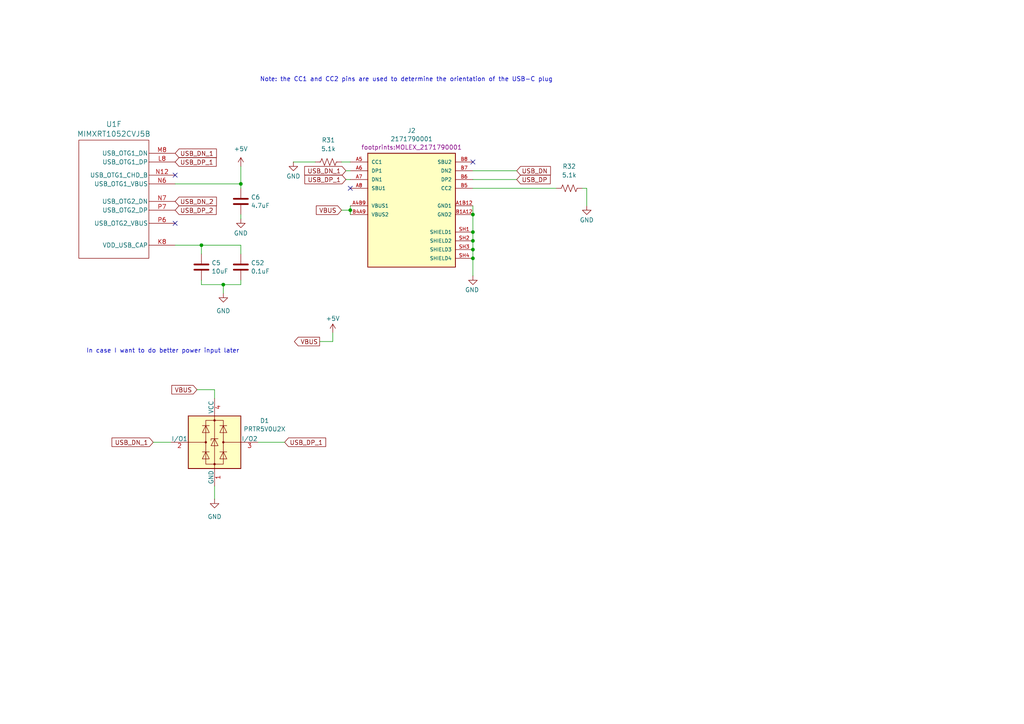
<source format=kicad_sch>
(kicad_sch (version 20250114) (generator "eeschema") (generator_version "9.0")
  (paper "A4")
  (lib_symbols
    (symbol "2171790001:2171790001" (pin_names (offset 1.016))
      (property "Reference" "J" (at -12.7 16.002 0))
      (property "Value" "2171790001" (at -12.7 -18.542 0))
      (symbol "2171790001_0_0"
        (rectangle (start -12.7 -17.78) (end 12.7 15.24) (stroke (width 0.254)) (fill (type background)))
        (pin bidirectional line (at -17.78 12.7 0) (length 5.08) (name "CC1") (number "A5"))
        (pin bidirectional line (at -17.78 10.16 0) (length 5.08) (name "DP1") (number "A6"))
        (pin bidirectional line (at -17.78 7.62 0) (length 5.08) (name "DN1") (number "A7"))
        (pin bidirectional line (at -17.78 5.08 0) (length 5.08) (name "SBU1") (number "A8"))
        (pin power_in line (at -17.78 0 0) (length 5.08) (name "VBUS1") (number "A4B9"))
        (pin power_in line (at -17.78 -2.54 0) (length 5.08) (name "VBUS2") (number "B4A9"))
        (pin bidirectional line (at 17.78 12.7 180) (length 5.08) (name "SBU2") (number "B8"))
        (pin bidirectional line (at 17.78 10.16 180) (length 5.08) (name "DN2") (number "B7"))
        (pin bidirectional line (at 17.78 7.62 180) (length 5.08) (name "DP2") (number "B6"))
        (pin bidirectional line (at 17.78 5.08 180) (length 5.08) (name "CC2") (number "B5"))
        (pin power_in line (at 17.78 0 180) (length 5.08) (name "GND1") (number "A1B12"))
        (pin power_in line (at 17.78 -2.54 180) (length 5.08) (name "GND2") (number "B1A12"))
        (pin passive line (at 17.78 -7.62 180) (length 5.08) (name "SHIELD1") (number "SH1"))
        (pin passive line (at 17.78 -10.16 180) (length 5.08) (name "SHIELD2") (number "SH2"))
        (pin passive line (at 17.78 -12.7 180) (length 5.08) (name "SHIELD3") (number "SH3"))
        (pin passive line (at 17.78 -15.24 180) (length 5.08) (name "SHIELD4") (number "SH4"))
      )
    )
    (symbol "Device:C" (pin_numbers (hide yes)) (pin_names (offset 0.254))
      (property "Reference" "C" (at 0.635 2.54 0))
      (property "Value" "C" (at 0.635 -2.54 0))
      (symbol "C_0_1"
        (polyline (pts (xy -2.032 0.762) (xy 2.032 0.762)) (stroke (width 0.508)))
        (polyline (pts (xy -2.032 -0.762) (xy 2.032 -0.762)) (stroke (width 0.508)))
      )
      (symbol "C_1_1"
        (pin passive line (at 0 3.81 270) (length 2.794) (name "~") (number "1"))
        (pin passive line (at 0 -3.81 90) (length 2.794) (name "~") (number "2"))
      )
    )
    (symbol "Device:R_US" (pin_numbers (hide yes)) (pin_names (offset 0))
      (property "Reference" "R" (at 2.54 0 90))
      (property "Value" "R_US" (at -2.54 0 90))
      (symbol "R_US_0_1"
        (polyline (pts (xy 0 2.286) (xy 0 2.54)))
        (polyline (pts (xy 0 2.286) (xy 1.016 1.905) (xy 0 1.524) (xy -1.016 1.143) (xy 0 0.762)))
        (polyline (pts (xy 0 0.762) (xy 1.016 0.381) (xy 0 0) (xy -1.016 -0.381) (xy 0 -0.762)))
        (polyline (pts (xy 0 -0.762) (xy 1.016 -1.143) (xy 0 -1.524) (xy -1.016 -1.905) (xy 0 -2.286)))
        (polyline (pts (xy 0 -2.286) (xy 0 -2.54)))
      )
      (symbol "R_US_1_1"
        (pin passive line (at 0 3.81 270) (length 1.27) (name "~") (number "1"))
        (pin passive line (at 0 -3.81 90) (length 1.27) (name "~") (number "2"))
      )
    )
    (symbol "MIMXRT1052CVJ5B:MIMXRT1052CVJ5B" (pin_names (offset 0.254))
      (property "Reference" "U" (at 38.1 10.16 0))
      (property "Value" "MIMXRT1052CVJ5B" (at 38.1 7.62 0))
      (symbol "MIMXRT1052CVJ5B_1_1"
        (rectangle (start 0 0) (end 21.59 -91.44))
        (pin bidirectional line (at 29.21 -5.08 180) (length 7.62) (name "GPIO_B0_00") (number "D7"))
        (pin bidirectional line (at 29.21 -7.62 180) (length 7.62) (name "GPIO_B0_01") (number "E7"))
        (pin bidirectional line (at 29.21 -10.16 180) (length 7.62) (name "GPIO_B0_02") (number "E8"))
        (pin bidirectional line (at 29.21 -12.7 180) (length 7.62) (name "GPIO_B0_03") (number "D8"))
        (pin bidirectional line (at 29.21 -15.24 180) (length 7.62) (name "GPIO_B0_04") (number "C8"))
        (pin bidirectional line (at 29.21 -17.78 180) (length 7.62) (name "GPIO_B0_05") (number "B8"))
        (pin bidirectional line (at 29.21 -20.32 180) (length 7.62) (name "GPIO_B0_06") (number "A8"))
        (pin bidirectional line (at 29.21 -22.86 180) (length 7.62) (name "GPIO_B0_07") (number "A9"))
        (pin bidirectional line (at 29.21 -25.4 180) (length 7.62) (name "GPIO_B0_08") (number "B9"))
        (pin bidirectional line (at 29.21 -27.94 180) (length 7.62) (name "GPIO_B0_09") (number "C9"))
        (pin bidirectional line (at 29.21 -30.48 180) (length 7.62) (name "GPIO_B0_10") (number "D9"))
        (pin bidirectional line (at 29.21 -33.02 180) (length 7.62) (name "GPIO_B0_11") (number "A10"))
        (pin bidirectional line (at 29.21 -35.56 180) (length 7.62) (name "GPIO_B0_12") (number "C10"))
        (pin bidirectional line (at 29.21 -38.1 180) (length 7.62) (name "GPIO_B0_13") (number "D10"))
        (pin bidirectional line (at 29.21 -40.64 180) (length 7.62) (name "GPIO_B0_14") (number "E10"))
        (pin bidirectional line (at 29.21 -43.18 180) (length 7.62) (name "GPIO_B0_15") (number "E11"))
        (pin bidirectional line (at 29.21 -49.53 180) (length 7.62) (name "GPIO_B1_00") (number "A11"))
        (pin bidirectional line (at 29.21 -52.07 180) (length 7.62) (name "GPIO_B1_01") (number "B11"))
        (pin bidirectional line (at 29.21 -54.61 180) (length 7.62) (name "GPIO_B1_02") (number "C11"))
        (pin bidirectional line (at 29.21 -57.15 180) (length 7.62) (name "GPIO_B1_03") (number "D11"))
        (pin bidirectional line (at 29.21 -59.69 180) (length 7.62) (name "GPIO_B1_04") (number "E12"))
        (pin bidirectional line (at 29.21 -62.23 180) (length 7.62) (name "GPIO_B1_05") (number "D12"))
        (pin bidirectional line (at 29.21 -64.77 180) (length 7.62) (name "GPIO_B1_06") (number "C12"))
        (pin bidirectional line (at 29.21 -67.31 180) (length 7.62) (name "GPIO_B1_07") (number "B12"))
        (pin bidirectional line (at 29.21 -69.85 180) (length 7.62) (name "GPIO_B1_08") (number "A12"))
        (pin bidirectional line (at 29.21 -72.39 180) (length 7.62) (name "GPIO_B1_09") (number "A13"))
        (pin bidirectional line (at 29.21 -74.93 180) (length 7.62) (name "GPIO_B1_10") (number "B13"))
        (pin bidirectional line (at 29.21 -77.47 180) (length 7.62) (name "GPIO_B1_11") (number "C13"))
        (pin bidirectional line (at 29.21 -80.01 180) (length 7.62) (name "GPIO_B1_12") (number "D13"))
        (pin bidirectional line (at 29.21 -82.55 180) (length 7.62) (name "GPIO_B1_13") (number "D14"))
        (pin bidirectional line (at 29.21 -85.09 180) (length 7.62) (name "GPIO_B1_14") (number "C14"))
        (pin bidirectional line (at 29.21 -87.63 180) (length 7.62) (name "GPIO_B1_15") (number "B14"))
      )
      (symbol "MIMXRT1052CVJ5B_2_1"
        (rectangle (start 0 -62.23) (end 36.83 0))
        (pin power_in line (at -7.62 -6.35 0) (length 7.62) (name "NVCC_SD0") (number "J6"))
        (pin power_in line (at -7.62 -27.94 0) (length 7.62) (name "NVCC_SD1") (number "K5"))
        (pin bidirectional line (at 44.45 -6.35 180) (length 7.62) (name "GPIO_SD_B0_00") (number "J4"))
        (pin bidirectional line (at 44.45 -8.89 180) (length 7.62) (name "GPIO_SD_B0_01") (number "J3"))
        (pin bidirectional line (at 44.45 -11.43 180) (length 7.62) (name "GPIO_SD_B0_02") (number "J1"))
        (pin bidirectional line (at 44.45 -13.97 180) (length 7.62) (name "GPIO_SD_B0_03") (number "K1"))
        (pin bidirectional line (at 44.45 -16.51 180) (length 7.62) (name "GPIO_SD_B0_04") (number "H2"))
        (pin bidirectional line (at 44.45 -19.05 180) (length 7.62) (name "GPIO_SD_B0_05") (number "J2"))
        (pin bidirectional line (at 44.45 -27.94 180) (length 7.62) (name "GPIO_SD_B1_00") (number "L5"))
        (pin bidirectional line (at 44.45 -30.48 180) (length 7.62) (name "GPIO_SD_B1_01") (number "M5"))
        (pin bidirectional line (at 44.45 -33.02 180) (length 7.62) (name "GPIO_SD_B1_02") (number "M3"))
        (pin bidirectional line (at 44.45 -35.56 180) (length 7.62) (name "GPIO_SD_B1_03") (number "M4"))
        (pin bidirectional line (at 44.45 -38.1 180) (length 7.62) (name "GPIO_SD_B1_04") (number "P2"))
        (pin bidirectional line (at 44.45 -40.64 180) (length 7.62) (name "GPIO_SD_B1_05") (number "N3"))
        (pin bidirectional line (at 44.45 -43.18 180) (length 7.62) (name "GPIO_SD_B1_06") (number "L3"))
        (pin bidirectional line (at 44.45 -45.72 180) (length 7.62) (name "GPIO_SD_B1_07") (number "L4"))
        (pin bidirectional line (at 44.45 -48.26 180) (length 7.62) (name "GPIO_SD_B1_08") (number "P3"))
        (pin bidirectional line (at 44.45 -50.8 180) (length 7.62) (name "GPIO_SD_B1_09") (number "N4"))
        (pin bidirectional line (at 44.45 -53.34 180) (length 7.62) (name "GPIO_SD_B1_10") (number "P4"))
        (pin bidirectional line (at 44.45 -55.88 180) (length 7.62) (name "GPIO_SD_B1_11") (number "P5"))
      )
      (symbol "MIMXRT1052CVJ5B_3_1"
        (rectangle (start 0 -50.8) (end 25.4 0))
        (pin power_in line (at -7.62 -2.54 0) (length 7.62) (name "NGND_KEL0") (number "K9"))
        (pin power_in line (at 33.02 -2.54 180) (length 7.62) (name "VSS") (number "B5"))
        (pin power_in line (at 33.02 -5.08 180) (length 7.62) (name "VSS") (number "L9"))
        (pin power_in line (at 33.02 -7.62 180) (length 7.62) (name "VSS") (number "G7"))
        (pin power_in line (at 33.02 -10.16 180) (length 7.62) (name "VSS") (number "G8"))
        (pin power_in line (at 33.02 -12.7 180) (length 7.62) (name "VSS") (number "E13"))
        (pin power_in line (at 33.02 -15.24 180) (length 7.62) (name "VSS") (number "H7"))
        (pin power_in line (at 33.02 -17.78 180) (length 7.62) (name "VSS") (number "H8"))
        (pin power_in line (at 33.02 -20.32 180) (length 7.62) (name "VSS") (number "J7"))
        (pin power_in line (at 33.02 -22.86 180) (length 7.62) (name "VSS") (number "J8"))
        (pin power_in line (at 33.02 -25.4 180) (length 7.62) (name "VSS") (number "E2"))
        (pin power_in line (at 33.02 -27.94 180) (length 7.62) (name "VSS") (number "K2"))
        (pin power_in line (at 33.02 -30.48 180) (length 7.62) (name "VSS") (number "N5"))
        (pin power_in line (at 33.02 -33.02 180) (length 7.62) (name "VSS") (number "N8"))
        (pin power_in line (at 33.02 -35.56 180) (length 7.62) (name "VSS") (number "K13"))
        (pin power_in line (at 33.02 -38.1 180) (length 7.62) (name "VSS") (number "P1"))
        (pin power_in line (at 33.02 -40.64 180) (length 7.62) (name "VSS") (number "A14"))
        (pin power_in line (at 33.02 -43.18 180) (length 7.62) (name "VSS") (number "B10"))
        (pin power_in line (at 33.02 -45.72 180) (length 7.62) (name "VSS") (number "P14"))
        (pin power_in line (at 33.02 -48.26 180) (length 7.62) (name "VSS") (number "A1"))
      )
      (symbol "MIMXRT1052CVJ5B_4_1"
        (rectangle (start 0 0) (end 25.4 -44.45))
        (pin bidirectional line (at -7.62 -5.08 0) (length 7.62) (name "ONOFF") (number "M6"))
        (pin input line (at -7.62 -7.62 0) (length 7.62) (name "POR_B") (number "M7"))
        (pin bidirectional line (at -7.62 -12.7 0) (length 7.62) (name "TEST_MODE") (number "K6"))
        (pin bidirectional line (at -7.62 -17.78 0) (length 7.62) (name "PMIC_ON_REQ") (number "K7"))
        (pin bidirectional line (at -7.62 -20.32 0) (length 7.62) (name "PMIC_STBY_REQ") (number "L7"))
        (pin input line (at -7.62 -25.4 0) (length 7.62) (name "RTC_XTALI") (number "N9"))
        (pin output line (at -7.62 -27.94 0) (length 7.62) (name "RTC_XTALO") (number "P9"))
        (pin bidirectional line (at -7.62 -34.29 0) (length 7.62) (name "GPANAIO") (number "N10"))
        (pin power_in line (at -7.62 -38.1 0) (length 7.62) (name "DCDC_GND") (number "N1"))
        (pin power_in line (at -7.62 -40.64 0) (length 7.62) (name "DCDC_GND") (number "N2"))
        (pin bidirectional line (at 33.02 -5.08 180) (length 7.62) (name "CCM_CLK1_N") (number "P13"))
        (pin bidirectional line (at 33.02 -7.62 180) (length 7.62) (name "CCM_CLK1_P") (number "N13"))
        (pin input line (at 33.02 -12.7 180) (length 7.62) (name "XTALI") (number "P11"))
        (pin output line (at 33.02 -15.24 180) (length 7.62) (name "XTALO") (number "N11"))
        (pin unspecified line (at 33.02 -19.05 180) (length 7.62) (name "DCDC_LP") (number "M2"))
        (pin unspecified line (at 33.02 -21.59 180) (length 7.62) (name "DCDC_LP") (number "M1"))
        (pin input line (at 33.02 -24.13 180) (length 7.62) (name "DCDC_IN") (number "L2"))
        (pin input line (at 33.02 -26.67 180) (length 7.62) (name "DCDC_IN") (number "L1"))
        (pin input line (at 33.02 -29.21 180) (length 7.62) (name "DCDC_IN_Q") (number "K4"))
        (pin unspecified line (at 33.02 -33.02 180) (length 7.62) (name "DCDC_SENSE") (number "J5"))
        (pin unspecified line (at 33.02 -35.56 180) (length 7.62) (name "DCDC_PSWITCH") (number "K3"))
        (pin bidirectional line (at 33.02 -40.64 180) (length 7.62) (name "WAKEUP") (number "L6"))
      )
      (symbol "MIMXRT1052CVJ5B_5_1"
        (rectangle (start 0 0) (end 31.75 -57.785))
        (pin power_in line (at -7.62 -3.81 0) (length 7.62) (name "VDD_HIGH_CAP") (number "P8"))
        (pin power_in line (at -7.62 -15.24 0) (length 7.62) (name "VDDA_ADC_3P3") (number "N14"))
        (pin power_in line (at -7.62 -26.67 0) (length 7.62) (name "VDD_SNVS_CAP") (number "M10"))
        (pin power_in line (at -7.62 -36.83 0) (length 7.62) (name "VDD_HIGH_IN") (number "P12"))
        (pin power_in line (at -7.62 -45.72 0) (length 7.62) (name "VDD_SNVS_IN") (number "M9"))
        (pin power_in line (at -7.62 -54.61 0) (length 7.62) (name "NVCC_PLL") (number "P10"))
        (pin power_in line (at 39.37 -6.35 180) (length 7.62) (name "VDD_SOC_IN") (number "J9"))
        (pin power_in line (at 39.37 -8.89 180) (length 7.62) (name "VDD_SOC_IN") (number "H9"))
        (pin power_in line (at 39.37 -11.43 180) (length 7.62) (name "VDD_SOC_IN") (number "H6"))
        (pin power_in line (at 39.37 -13.97 180) (length 7.62) (name "VDD_SOC_IN") (number "G9"))
        (pin power_in line (at 39.37 -16.51 180) (length 7.62) (name "VDD_SOC_IN") (number "G6"))
        (pin power_in line (at 39.37 -19.05 180) (length 7.62) (name "VDD_SOC_IN") (number "F9"))
        (pin power_in line (at 39.37 -21.59 180) (length 7.62) (name "VDD_SOC_IN") (number "F8"))
        (pin power_in line (at 39.37 -24.13 180) (length 7.62) (name "VDD_SOC_IN") (number "F7"))
        (pin power_in line (at 39.37 -26.67 180) (length 7.62) (name "VDD_SOC_IN") (number "F6"))
      )
      (symbol "MIMXRT1052CVJ5B_6_1"
        (rectangle (start 0 -34.29) (end 20.32 0))
        (pin bidirectional line (at 27.94 -3.81 180) (length 7.62) (name "USB_OTG1_DN") (number "M8"))
        (pin bidirectional line (at 27.94 -6.35 180) (length 7.62) (name "USB_OTG1_DP") (number "L8"))
        (pin bidirectional line (at 27.94 -10.16 180) (length 7.62) (name "USB_OTG1_CHD_B") (number "N12"))
        (pin bidirectional line (at 27.94 -12.7 180) (length 7.62) (name "USB_OTG1_VBUS") (number "N6"))
        (pin bidirectional line (at 27.94 -17.78 180) (length 7.62) (name "USB_OTG2_DN") (number "N7"))
        (pin bidirectional line (at 27.94 -20.32 180) (length 7.62) (name "USB_OTG2_DP") (number "P7"))
        (pin bidirectional line (at 27.94 -24.13 180) (length 7.62) (name "USB_OTG2_VBUS") (number "P6"))
        (pin power_in line (at 27.94 -30.48 180) (length 7.62) (name "VDD_USB_CAP") (number "K8"))
      )
      (symbol "MIMXRT1052CVJ5B_7_1"
        (rectangle (start 0 0) (end 38.1 -92.71))
        (pin bidirectional line (at -7.62 -3.81 0) (length 7.62) (name "GPIO_AD_B0_00") (number "M14"))
        (pin bidirectional line (at -7.62 -6.35 0) (length 7.62) (name "GPIO_AD_B0_01") (number "H10"))
        (pin bidirectional line (at -7.62 -8.89 0) (length 7.62) (name "GPIO_AD_B0_02") (number "M11"))
        (pin bidirectional line (at -7.62 -11.43 0) (length 7.62) (name "GPIO_AD_B0_03") (number "G11"))
        (pin bidirectional line (at -7.62 -13.97 0) (length 7.62) (name "GPIO_AD_B0_04") (number "F11"))
        (pin bidirectional line (at -7.62 -16.51 0) (length 7.62) (name "GPIO_AD_B0_05") (number "G14"))
        (pin bidirectional line (at -7.62 -19.05 0) (length 7.62) (name "GPIO_AD_B0_06") (number "E14"))
        (pin bidirectional line (at -7.62 -21.59 0) (length 7.62) (name "GPIO_AD_B0_07") (number "F12"))
        (pin bidirectional line (at -7.62 -24.13 0) (length 7.62) (name "GPIO_AD_B0_08") (number "F13"))
        (pin bidirectional line (at -7.62 -26.67 0) (length 7.62) (name "GPIO_AD_B0_09") (number "F14"))
        (pin bidirectional line (at -7.62 -29.21 0) (length 7.62) (name "GPIO_AD_B0_10") (number "G13"))
        (pin bidirectional line (at -7.62 -31.75 0) (length 7.62) (name "GPIO_AD_B0_11") (number "G10"))
        (pin bidirectional line (at -7.62 -34.29 0) (length 7.62) (name "GPIO_AD_B0_12") (number "K14"))
        (pin bidirectional line (at -7.62 -36.83 0) (length 7.62) (name "GPIO_AD_B0_13") (number "L14"))
        (pin bidirectional line (at -7.62 -39.37 0) (length 7.62) (name "GPIO_AD_B0_14") (number "H14"))
        (pin bidirectional line (at -7.62 -41.91 0) (length 7.62) (name "GPIO_AD_B0_15") (number "L10"))
        (pin bidirectional line (at -7.62 -50.8 0) (length 7.62) (name "GPIO_AD_B1_00") (number "J11"))
        (pin bidirectional line (at -7.62 -53.34 0) (length 7.62) (name "GPIO_AD_B1_01") (number "K11"))
        (pin bidirectional line (at -7.62 -55.88 0) (length 7.62) (name "GPIO_AD_B1_02") (number "L11"))
        (pin bidirectional line (at -7.62 -58.42 0) (length 7.62) (name "GPIO_AD_B1_03") (number "M12"))
        (pin bidirectional line (at -7.62 -60.96 0) (length 7.62) (name "GPIO_AD_B1_04") (number "L12"))
        (pin bidirectional line (at -7.62 -63.5 0) (length 7.62) (name "GPIO_AD_B1_05") (number "K12"))
        (pin bidirectional line (at -7.62 -66.04 0) (length 7.62) (name "GPIO_AD_B1_06") (number "J12"))
        (pin bidirectional line (at -7.62 -68.58 0) (length 7.62) (name "GPIO_AD_B1_07") (number "K10"))
        (pin bidirectional line (at -7.62 -71.12 0) (length 7.62) (name "GPIO_AD_B1_08") (number "H13"))
        (pin bidirectional line (at -7.62 -73.66 0) (length 7.62) (name "GPIO_AD_B1_09") (number "M13"))
        (pin bidirectional line (at -7.62 -76.2 0) (length 7.62) (name "GPIO_AD_B1_10") (number "L13"))
        (pin bidirectional line (at -7.62 -78.74 0) (length 7.62) (name "GPIO_AD_B1_11") (number "J13"))
        (pin bidirectional line (at -7.62 -81.28 0) (length 7.62) (name "GPIO_AD_B1_12") (number "H12"))
        (pin bidirectional line (at -7.62 -83.82 0) (length 7.62) (name "GPIO_AD_B1_13") (number "H11"))
        (pin bidirectional line (at -7.62 -86.36 0) (length 7.62) (name "GPIO_AD_B1_14") (number "G12"))
        (pin bidirectional line (at -7.62 -88.9 0) (length 7.62) (name "GPIO_AD_B1_15") (number "J14"))
        (pin power_in line (at 45.72 -3.81 180) (length 7.62) (name "NVCC_GPIO") (number "J10"))
        (pin power_in line (at 45.72 -6.35 180) (length 7.62) (name "NVCC_GPIO") (number "F10"))
        (pin power_in line (at 45.72 -8.89 180) (length 7.62) (name "NVCC_GPIO") (number "E9"))
      )
      (symbol "MIMXRT1052CVJ5B_8_1"
        (rectangle (start 0 0) (end 24.13 -111.76))
        (pin power_in line (at -7.62 -3.81 0) (length 7.62) (name "NVCC_EMC") (number "E6"))
        (pin power_in line (at -7.62 -6.35 0) (length 7.62) (name "NVCC_EMC") (number "F5"))
        (pin bidirectional line (at 31.75 -3.81 180) (length 7.62) (name "GPIO_EMC_00") (number "E3"))
        (pin bidirectional line (at 31.75 -6.35 180) (length 7.62) (name "GPIO_EMC_01") (number "F3"))
        (pin bidirectional line (at 31.75 -8.89 180) (length 7.62) (name "GPIO_EMC_02") (number "F4"))
        (pin bidirectional line (at 31.75 -11.43 180) (length 7.62) (name "GPIO_EMC_03") (number "G4"))
        (pin bidirectional line (at 31.75 -13.97 180) (length 7.62) (name "GPIO_EMC_04") (number "F2"))
        (pin bidirectional line (at 31.75 -16.51 180) (length 7.62) (name "GPIO_EMC_05") (number "G5"))
        (pin bidirectional line (at 31.75 -19.05 180) (length 7.62) (name "GPIO_EMC_06") (number "H5"))
        (pin bidirectional line (at 31.75 -21.59 180) (length 7.62) (name "GPIO_EMC_07") (number "H4"))
        (pin bidirectional line (at 31.75 -24.13 180) (length 7.62) (name "GPIO_EMC_08") (number "H3"))
        (pin bidirectional line (at 31.75 -26.67 180) (length 7.62) (name "GPIO_EMC_09") (number "C2"))
        (pin bidirectional line (at 31.75 -29.21 180) (length 7.62) (name "GPIO_EMC_10") (number "G1"))
        (pin bidirectional line (at 31.75 -31.75 180) (length 7.62) (name "GPIO_EMC_11") (number "G3"))
        (pin bidirectional line (at 31.75 -34.29 180) (length 7.62) (name "GPIO_EMC_12") (number "H1"))
        (pin bidirectional line (at 31.75 -36.83 180) (length 7.62) (name "GPIO_EMC_13") (number "A6"))
        (pin bidirectional line (at 31.75 -39.37 180) (length 7.62) (name "GPIO_EMC_14") (number "B6"))
        (pin bidirectional line (at 31.75 -41.91 180) (length 7.62) (name "GPIO_EMC_15") (number "B1"))
        (pin bidirectional line (at 31.75 -44.45 180) (length 7.62) (name "GPIO_EMC_16") (number "A5"))
        (pin bidirectional line (at 31.75 -46.99 180) (length 7.62) (name "GPIO_EMC_17") (number "A4"))
        (pin bidirectional line (at 31.75 -49.53 180) (length 7.62) (name "GPIO_EMC_18") (number "B2"))
        (pin bidirectional line (at 31.75 -52.07 180) (length 7.62) (name "GPIO_EMC_19") (number "B4"))
        (pin bidirectional line (at 31.75 -54.61 180) (length 7.62) (name "GPIO_EMC_20") (number "A3"))
        (pin bidirectional line (at 31.75 -57.15 180) (length 7.62) (name "GPIO_EMC_21") (number "C1"))
        (pin bidirectional line (at 31.75 -59.69 180) (length 7.62) (name "GPIO_EMC_22") (number "F1"))
        (pin bidirectional line (at 31.75 -62.23 180) (length 7.62) (name "GPIO_EMC_23") (number "G2"))
        (pin bidirectional line (at 31.75 -64.77 180) (length 7.62) (name "GPIO_EMC_24") (number "D3"))
        (pin bidirectional line (at 31.75 -67.31 180) (length 7.62) (name "GPIO_EMC_25") (number "D2"))
        (pin bidirectional line (at 31.75 -69.85 180) (length 7.62) (name "GPIO_EMC_26") (number "B3"))
        (pin bidirectional line (at 31.75 -72.39 180) (length 7.62) (name "GPIO_EMC_27") (number "A2"))
        (pin bidirectional line (at 31.75 -74.93 180) (length 7.62) (name "GPIO_EMC_28") (number "D1"))
        (pin bidirectional line (at 31.75 -77.47 180) (length 7.62) (name "GPIO_EMC_29") (number "E1"))
        (pin bidirectional line (at 31.75 -80.01 180) (length 7.62) (name "GPIO_EMC_30") (number "C6"))
        (pin bidirectional line (at 31.75 -82.55 180) (length 7.62) (name "GPIO_EMC_31") (number "C5"))
        (pin bidirectional line (at 31.75 -85.09 180) (length 7.62) (name "GPIO_EMC_32") (number "D5"))
        (pin bidirectional line (at 31.75 -87.63 180) (length 7.62) (name "GPIO_EMC_33") (number "C4"))
        (pin bidirectional line (at 31.75 -90.17 180) (length 7.62) (name "GPIO_EMC_34") (number "D4"))
        (pin bidirectional line (at 31.75 -92.71 180) (length 7.62) (name "GPIO_EMC_35") (number "E5"))
        (pin bidirectional line (at 31.75 -95.25 180) (length 7.62) (name "GPIO_EMC_36") (number "C3"))
        (pin bidirectional line (at 31.75 -97.79 180) (length 7.62) (name "GPIO_EMC_37") (number "E4"))
        (pin bidirectional line (at 31.75 -100.33 180) (length 7.62) (name "GPIO_EMC_38") (number "D6"))
        (pin bidirectional line (at 31.75 -102.87 180) (length 7.62) (name "GPIO_EMC_39") (number "B7"))
        (pin bidirectional line (at 31.75 -105.41 180) (length 7.62) (name "GPIO_EMC_40") (number "A7"))
        (pin bidirectional line (at 31.75 -107.95 180) (length 7.62) (name "GPIO_EMC_41") (number "C7"))
      )
    )
    (symbol "Power_Protection:PRTR5V0U2X" (pin_names (offset 0))
      (property "Reference" "D" (at 2.794 8.636 0))
      (property "Value" "PRTR5V0U2X" (at 8.128 -9.398 0))
      (symbol "PRTR5V0U2X_0_1"
        (rectangle (start -7.62 -7.62) (end 7.62 7.62) (stroke (width 0.254)) (fill (type background)))
        (polyline (pts (xy -3.556 2.794) (xy -1.524 2.794) (xy -2.54 4.826) (xy -3.556 2.794)))
        (polyline (pts (xy -3.556 -4.826) (xy -1.524 -4.826) (xy -2.54 -2.794) (xy -3.556 -4.826)))
        (rectangle (start -2.54 6.35) (end 2.54 -6.35))
        (circle (center -2.54 0) (radius 0.254) (fill (type outline)))
        (polyline (pts (xy -2.54 0) (xy -7.62 0)))
        (polyline (pts (xy -1.524 4.826) (xy -3.556 4.826)))
        (polyline (pts (xy -1.524 -2.794) (xy -3.556 -2.794)))
        (polyline (pts (xy -1.016 -1.016) (xy 1.016 -1.016) (xy 0 1.016) (xy -1.016 -1.016)))
        (circle (center 0 6.35) (radius 0.254) (fill (type outline)))
        (circle (center 0 -6.35) (radius 0.254) (fill (type outline)))
        (polyline (pts (xy 0 -7.62) (xy 0 7.62)))
        (polyline (pts (xy 1.016 1.016) (xy -1.016 1.016) (xy -1.016 0.508)))
        (polyline (pts (xy 1.524 4.826) (xy 3.556 4.826)))
        (polyline (pts (xy 1.524 -2.794) (xy 3.556 -2.794)))
        (polyline (pts (xy 2.54 0) (xy 7.62 0)))
        (circle (center 2.54 0) (radius 0.254) (fill (type outline)))
        (polyline (pts (xy 3.556 2.794) (xy 1.524 2.794) (xy 2.54 4.826) (xy 3.556 2.794)))
        (polyline (pts (xy 3.556 -4.826) (xy 1.524 -4.826) (xy 2.54 -2.794) (xy 3.556 -4.826)))
      )
      (symbol "PRTR5V0U2X_1_1"
        (pin passive line (at -12.7 0 0) (length 5.08) (name "I/O1") (number "2"))
        (pin passive line (at 0 12.7 270) (length 5.08) (name "VCC") (number "4"))
        (pin passive line (at 0 -12.7 90) (length 5.08) (name "GND") (number "1"))
        (pin passive line (at 12.7 0 180) (length 5.08) (name "I/O2") (number "3"))
      )
    )
    (symbol "power:+3V3" (power) (pin_names (offset 0))
      (property "Value" "+3V3" (at 0 3.556 0))
      (symbol "+3V3_0_1"
        (polyline (pts (xy -0.762 1.27) (xy 0 2.54)))
        (polyline (pts (xy 0 2.54) (xy 0.762 1.27)))
        (polyline (pts (xy 0 0) (xy 0 2.54)))
      )
      (symbol "+3V3_1_1"
        (pin power_in line (at 0 0 90) (length 0) (hide yes) (name "+3V3") (number "1"))
      )
    )
    (symbol "power:+5V" (power) (pin_numbers (hide yes)) (pin_names (offset 0) (hide yes))
      (property "Value" "+5V" (at 0 3.556 0))
      (symbol "+5V_0_1"
        (polyline (pts (xy -0.762 1.27) (xy 0 2.54)))
        (polyline (pts (xy 0 2.54) (xy 0.762 1.27)))
        (polyline (pts (xy 0 0) (xy 0 2.54)))
      )
      (symbol "+5V_1_1"
        (pin power_in line (at 0 0 90) (length 0) (name "~") (number "1"))
      )
    )
    (symbol "power:GND" (power) (pin_numbers (hide yes)) (pin_names (offset 0) (hide yes))
      (property "Value" "GND" (at 0 -3.81 0))
      (symbol "GND_0_1"
        (polyline (pts (xy 0 0) (xy 0 -1.27) (xy 1.27 -1.27) (xy 0 -2.54) (xy -1.27 -1.27) (xy 0 -1.27)))
      )
      (symbol "GND_1_1"
        (pin power_in line (at 0 0 270) (length 0) (name "~") (number "1"))
      )
    )
  )
  (text "In case I want to do better power input later\n" (at 47.244 101.854 0) (effects (font (size 1.27 1.27))))
  (text "Note: the CC1 and CC2 pins are used to determine the orientation of the USB-C plug\n" (at 117.856 23.114 0) (effects (font (size 1.27 1.27))))
  (junction (at 137.16 62.23))
  (junction (at 137.16 72.39))
  (junction (at 64.77 82.55))
  (junction (at 101.6 60.96))
  (junction (at 137.16 69.85))
  (junction (at 137.16 74.93))
  (junction (at 137.16 67.31))
  (junction (at 69.85 53.34))
  (junction (at 58.42 71.12))
  (no_connect (at 101.6 54.61))
  (no_connect (at 137.16 46.99))
  (no_connect (at 50.8 64.77))
  (no_connect (at 50.8 50.8))
  (wire (pts (xy 58.42 71.12) (xy 69.85 71.12)))
  (wire (pts (xy 74.93 128.27) (xy 82.55 128.27)))
  (wire (pts (xy 100.33 49.53) (xy 101.6 49.53)))
  (wire (pts (xy 62.23 113.03) (xy 62.23 115.57)))
  (wire (pts (xy 101.6 60.96) (xy 101.6 62.23)))
  (wire (pts (xy 96.52 99.06) (xy 96.52 96.52)))
  (wire (pts (xy 62.23 140.97) (xy 62.23 144.78)))
  (wire (pts (xy 137.16 54.61) (xy 161.29 54.61)))
  (wire (pts (xy 58.42 81.28) (xy 58.42 82.55)))
  (wire (pts (xy 100.33 52.07) (xy 101.6 52.07)))
  (wire (pts (xy 64.77 82.55) (xy 69.85 82.55)))
  (wire (pts (xy 170.18 54.61) (xy 168.91 54.61)))
  (wire (pts (xy 99.06 60.96) (xy 101.6 60.96)))
  (wire (pts (xy 69.85 71.12) (xy 69.85 73.66)))
  (wire (pts (xy 85.09 46.99) (xy 91.44 46.99)))
  (wire (pts (xy 44.45 128.27) (xy 49.53 128.27)))
  (wire (pts (xy 69.85 48.26) (xy 69.85 53.34)))
  (wire (pts (xy 137.16 59.69) (xy 137.16 62.23)))
  (wire (pts (xy 58.42 71.12) (xy 58.42 73.66)))
  (wire (pts (xy 57.15 113.03) (xy 62.23 113.03)))
  (wire (pts (xy 64.77 82.55) (xy 58.42 82.55)))
  (wire (pts (xy 69.85 54.61) (xy 69.85 53.34)))
  (wire (pts (xy 137.16 62.23) (xy 137.16 67.31)))
  (wire (pts (xy 137.16 74.93) (xy 137.16 80.01)))
  (wire (pts (xy 137.16 72.39) (xy 137.16 74.93)))
  (wire (pts (xy 50.8 71.12) (xy 58.42 71.12)))
  (wire (pts (xy 50.8 53.34) (xy 69.85 53.34)))
  (wire (pts (xy 137.16 67.31) (xy 137.16 69.85)))
  (wire (pts (xy 137.16 69.85) (xy 137.16 72.39)))
  (wire (pts (xy 69.85 81.28) (xy 69.85 82.55)))
  (wire (pts (xy 92.71 99.06) (xy 96.52 99.06)))
  (wire (pts (xy 149.86 49.53) (xy 137.16 49.53)))
  (wire (pts (xy 149.86 52.07) (xy 137.16 52.07)))
  (wire (pts (xy 99.06 46.99) (xy 101.6 46.99)))
  (wire (pts (xy 170.18 59.69) (xy 170.18 54.61)))
  (wire (pts (xy 64.77 82.55) (xy 64.77 85.09)))
  (wire (pts (xy 69.85 62.23) (xy 69.85 63.5)))
  (wire (pts (xy 101.6 59.69) (xy 101.6 60.96)))
  (global_label "VBUS" (shape input) (at 57.15 113.03 180) (property "Intersheetrefs" "${INTERSHEET_REFS}" (effects (hide yes))))
  (global_label "USB_DN_1" (shape input) (at 44.45 128.27 180) (property "Intersheetrefs" "${INTERSHEET_REFS}" (effects (hide yes))))
  (global_label "VBUS" (shape output) (at 92.71 99.06 180) (property "Intersheetrefs" "${INTERSHEET_REFS}" (effects (hide yes))))
  (global_label "USB_DP_1" (shape input) (at 50.8 46.99 0) (property "Intersheetrefs" "${INTERSHEET_REFS}" (effects (hide yes))))
  (global_label "USB_DN_1" (shape input) (at 100.33 49.53 180) (property "Intersheetrefs" "${INTERSHEET_REFS}" (effects (hide yes))))
  (global_label "USB_DN_1" (shape input) (at 50.8 44.45 0) (property "Intersheetrefs" "${INTERSHEET_REFS}" (effects (hide yes))))
  (global_label "USB_DN_2" (shape input) (at 50.8 58.42 0) (property "Intersheetrefs" "${INTERSHEET_REFS}" (effects (hide yes))))
  (global_label "VBUS" (shape input) (at 99.06 60.96 180) (property "Intersheetrefs" "${INTERSHEET_REFS}" (effects (hide yes))))
  (global_label "USB_DP_1" (shape input) (at 100.33 52.07 180) (property "Intersheetrefs" "${INTERSHEET_REFS}" (effects (hide yes))))
  (global_label "USB_DP" (shape input) (at 149.86 52.07 0) (property "Intersheetrefs" "${INTERSHEET_REFS}" (effects (hide yes))))
  (global_label "USB_DN" (shape input) (at 149.86 49.53 0) (property "Intersheetrefs" "${INTERSHEET_REFS}" (effects (hide yes))))
  (global_label "USB_DP_1" (shape input) (at 82.55 128.27 0) (property "Intersheetrefs" "${INTERSHEET_REFS}" (effects (hide yes))))
  (global_label "USB_DP_2" (shape input) (at 50.8 60.96 0) (property "Intersheetrefs" "${INTERSHEET_REFS}" (effects (hide yes))))
  (symbol (lib_id "Device:C") (at 69.85 77.47 0) (unit 1)
    (property "Reference" "C52" (at 72.771 76.2578 0) (effects (justify left)))
    (property "Value" "0.1uF" (at 72.771 78.6821 0) (effects (justify left)))
    (property "Footprint" "Capacitor_SMD:C_0201_0603Metric" (effects (hide yes)))
    (property "Description" "Unpolarized capacitor" (effects (hide yes)))
  )
  (symbol (lib_id "Device:R_US") (at 95.25 46.99 90) (unit 1)
    (property "Reference" "R31" (at 95.25 40.64 90))
    (property "Value" "5.1k" (at 95.25 43.18 90))
    (property "Footprint" "Resistor_SMD:R_0201_0603Metric" (effects (hide yes)))
    (property "Description" "Resistor, US symbol" (effects (hide yes)))
  )
  (symbol (lib_id "power:+3V3") (at 96.52 96.52 0) (unit 1)
    (property "Reference" "#PWR050" (effects (hide yes)))
    (property "Value" "+5V" (at 96.52 92.3869 0))
  )
  (symbol (lib_id "power:GND") (at 137.16 80.01 0) (unit 1)
    (property "Reference" "#PWR016" (effects (hide yes)))
    (property "Value" "GND" (at 136.906 84.074 0))
    (property "Description" "Power symbol creates a global label with name \"GND\" , ground" (effects (hide yes)))
  )
  (symbol (lib_id "2171790001:2171790001") (at 119.38 59.69 0) (unit 1)
    (property "Reference" "J2" (at 119.38 37.8813 0))
    (property "Value" "2171790001" (at 119.38 40.3056 0))
    (property "Footprint" "footprints:MOLEX_2171790001" (at 119.38 42.7299 0))
    (property "PARTREV" "A1" (effects (hide yes)))
    (property "STANDARD" "Manufacturer Recommendations" (effects (hide yes)))
    (property "MAXIMUM_PACKAGE_HEIGHT" "3.16 mm" (effects (hide yes)))
    (property "MANUFACTURER" "Molex" (effects (hide yes)))
  )
  (symbol (lib_id "power:GND") (at 62.23 144.78 0) (unit 1)
    (property "Reference" "#PWR011" (effects (hide yes)))
    (property "Value" "GND" (at 62.23 149.86 0))
    (property "Description" "Power symbol creates a global label with name \"GND\" , ground" (effects (hide yes)))
  )
  (symbol (lib_id "power:GND") (at 69.85 63.5 0) (unit 1)
    (property "Reference" "#PWR014" (effects (hide yes)))
    (property "Value" "GND" (at 69.85 67.6331 0))
    (property "Description" "Power symbol creates a global label with name \"GND\" , ground" (effects (hide yes)))
  )
  (symbol (lib_id "MIMXRT1052CVJ5B:MIMXRT1052CVJ5B") (at 22.86 40.64 0) (unit 6)
    (property "Reference" "U1" (at 33.02 36.0096 0) (effects (font (size 1.524 1.524))))
    (property "Value" "MIMXRT1052CVJ5B" (at 33.02 38.8425 0) (effects (font (size 1.524 1.524))))
    (property "Footprint" "footprints:BGA196C80P14X14_1200X1200X152" (effects (hide yes)))
    (property "Datasheet" "MIMXRT1052CVJ5B" (effects (hide yes)))
  )
  (symbol (lib_id "Power_Protection:PRTR5V0U2X") (at 62.23 128.27 0) (unit 1)
    (property "Reference" "D1" (at 76.7405 122.0234 0))
    (property "Value" "PRTR5V0U2X" (at 76.7405 124.4477 0))
    (property "Footprint" "Package_TO_SOT_SMD:SOT-143" (effects (hide yes)))
    (property "Datasheet" "https://assets.nexperia.com/documents/data-sheet/PRTR5V0U2X.pdf" (effects (hide yes)))
    (property "Description" "Ultra low capacitance double rail-to-rail ESD protection diode, SOT-143" (effects (hide yes)))
  )
  (symbol (lib_id "Device:C") (at 58.42 77.47 0) (unit 1)
    (property "Reference" "C5" (at 61.341 76.2578 0) (effects (justify left)))
    (property "Value" "10uF" (at 61.341 78.6821 0) (effects (justify left)))
    (property "Footprint" "Capacitor_SMD:C_0201_0603Metric" (effects (hide yes)))
    (property "Description" "Unpolarized capacitor" (effects (hide yes)))
  )
  (symbol (lib_id "power:+5V") (at 69.85 48.26 0) (unit 1)
    (property "Reference" "#PWR013" (effects (hide yes)))
    (property "Value" "+5V" (at 69.85 43.18 0))
    (property "Description" "Power symbol creates a global label with name \"+5V\"" (effects (hide yes)))
  )
  (symbol (lib_id "Device:C") (at 69.85 58.42 0) (unit 1)
    (property "Reference" "C6" (at 72.771 57.2078 0) (effects (justify left)))
    (property "Value" "4.7uF" (at 72.771 59.6321 0) (effects (justify left)))
    (property "Footprint" "Capacitor_SMD:C_0201_0603Metric" (effects (hide yes)))
    (property "Description" "Unpolarized capacitor" (effects (hide yes)))
  )
  (symbol (lib_id "power:GND") (at 85.09 46.99 0) (unit 1)
    (property "Reference" "#PWR015" (effects (hide yes)))
    (property "Value" "GND" (at 85.09 51.1231 0))
    (property "Description" "Power symbol creates a global label with name \"GND\" , ground" (effects (hide yes)))
  )
  (symbol (lib_id "power:GND") (at 170.18 59.69 0) (unit 1)
    (property "Reference" "#PWR017" (effects (hide yes)))
    (property "Value" "GND" (at 170.18 63.8231 0))
    (property "Description" "Power symbol creates a global label with name \"GND\" , ground" (effects (hide yes)))
  )
  (symbol (lib_id "Device:R_US") (at 165.1 54.61 90) (unit 1)
    (property "Reference" "R32" (at 165.1 48.26 90))
    (property "Value" "5.1k" (at 165.1 50.8 90))
    (property "Footprint" "Resistor_SMD:R_0201_0603Metric" (effects (hide yes)))
    (property "Description" "Resistor, US symbol" (effects (hide yes)))
  )
  (symbol (lib_id "power:GND") (at 64.77 85.09 0) (unit 1)
    (property "Reference" "#PWR012" (effects (hide yes)))
    (property "Value" "GND" (at 64.77 90.17 0))
    (property "Description" "Power symbol creates a global label with name \"GND\" , ground" (effects (hide yes)))
  )
)
</source>
